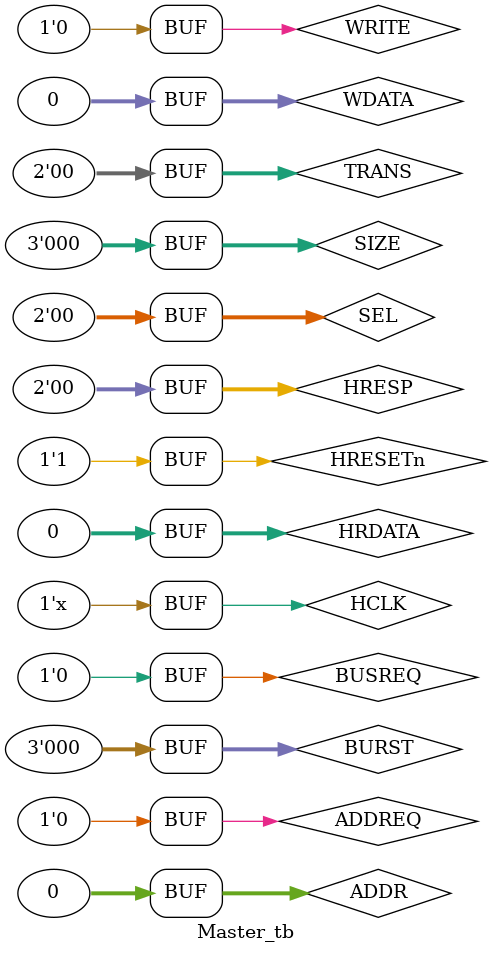
<source format=v>
`timescale 1ns / 1ps


module Master(
    input HGRANTx,
    input HREADY,
    input [1:0] HRESP,
    input HRESETn,
    input HCLK,
    input [31:0] HRDATA,
    output reg HBUSREQx,
    output reg HLOCKx,
    output reg [1:0] HTRANS,
    output [11:0] HADDR,
    output HWRITE,
    output [2:0] HSIZE,
    output [2:0] HBURST,
    output [3:0] HPROT,
    output [31:0] HWDATA
    );
    
    reg HBUSREQ,HLOCK,HWRITE,hcount;
    reg [1:0]HTRANS,HSEL;
    reg [31:0]HADDR,HWDATA;
    reg [2:0]HSIZE,HBURST;
    
    wire HGRANT,HREADY,HCLK,HRESETn,WRITE;
    wire [31:0]ADDR,WDATA;
    wire [2:0]SIZE,BURST;
    wire [1:0]HRESP,SEL,TRANS;
    wire [31:0]HRDATA;
    
    reg bus_reg,addr_reg,new_hready,old_hready;
    reg [31:0] RDATA;
    reg [31:0] h_addr;
    
    parameter OKAY = 2'b00,
              ERROR = 2'b01,
              RETRY =2'b10,
              SPLIT =2'b11;
              
    always @(posedge HCLK)
    begin
       if(!HRESETn)              //Master reset
       begin
          HBUSREQ = 0;
          HLOCK = 0;
          HWRITE = 0;
          HTRANS = 2'b00;
          HSEL = 2'b00;
          HADDR = 32'h00000000;
          HWDATA = 32'h00000000;
          HSIZE = 2'b00;
          HBURST = 2'b00;
          bus_reg = 0;
          addr_reg = 0;
          new_hready = 0;
          old_hready = 0;
          hcount = 0;
       end
    end
    
    always @(posedge HCLK)       //Master sending the request signal to the arbiter
    begin
       if(!bus_reg)
       begin
          if(BUSREQ)
          begin
            HBUSREQ = 1'b1;
            bus_reg = 1;
          end
         else if(!BUSREQ)
            HLOCK = 1'b0; 
       end
       
       else if(bus_reg)
          begin
          HBUSREQ = 1'b0;
          bus_reg = 0;
          if(HGRANT)
            HLOCK = 1'b1;
          end
       
    end
    
    always@(posedge HCLK)     
    begin 
      if(HRESETn)
      begin 
        if(HGRANT)
        begin
          if(!addr_reg)
          begin
             if(ADDREQ)        //Master sending the address and the control signals once the bus is granted
             begin
              HADDR = ADDR;
              h_addr = ADDR;
              HWRITE = WRITE;
              HSIZE = SIZE;
              HBURST = BURST;
              HSEL = SEL;
              HTRANS = TRANS;
              addr_reg = 1'b1;
              HWDATA = 32'h00000000;
             end
          end
         else if(addr_reg)
          begin
              HADDR = 32'h00000000;
              HWRITE = 1'b0;
              HSIZE = 3'b000;
              HBURST = 3'b000;
              HTRANS = 2'b00;
              addr_reg = 1'b0;
          end
        
        
        if(!ADDREQ)              // DATA TRANSFER
        begin
          if(WRITE)
          begin
                hcount = 0;
            case ({TRANS})
            
                 2'b00 : begin  //NON SEQUENTIAL 
                         HWDATA = WDATA ;
                         if(HREADY && !new_hready && HRESP == OKAY)
                             new_hready = 1;
                         else if (new_hready != old_hready)
                             HWDATA = 32'h00000000;
                         end
                 2'b01 : begin  // SEQUENTIAL 
                         hcount = hcount + 1;
                         new_hready = 0;
                         HWDATA = WDATA ;
                         if(HREADY && !new_hready && HRESP == ERROR)
                             new_hready = 1;
                         else if (new_hready != old_hready)
                             HWDATA = 32'h00000000;
                         end                     
                 2'b10 : begin  // IDLE 
                         HWDATA = 32'h00000000;
                         end 
                 2'b11 : begin // BUSY
                         hcount = hcount + 1;
                         HWDATA = WDATA ;
                         if(HREADY && HRESP == OKAY)
                         begin
                             if(!new_hready)
                                new_hready = 1;                          
                         end    
                         else if (new_hready != old_hready)
                         begin 
                             HWDATA = WDATA;
                             new_hready = 0;
                         end
                         else if (HREADY && HRESP == ERROR)
                         begin
                            HWDATA = 32'h00000000;
                         end
                         end
          endcase                  
        end
          else if(!WRITE)
          begin
            case ({TRANS})
            
                 2'b00 : begin  //NON SEQUENTIAL 
                         if(!HREADY)
                           RDATA = HRDATA;
                         else if(HREADY)
                           RDATA = 32'h00000000;                         
                         end
                 2'b01 : begin  // SEQUENTIAL 
                         if(!HREADY)
                         begin
                            RDATA = HRDATA;
                            if(HBURST == 000)
                               h_addr = h_addr + 1;
                            else
                               h_addr = h_addr - 1; 
                         end
                         else if(HREADY)
                           RDATA = 32'h00000000;       
                         end                     
                 2'b10 : begin  // IDLE 
                         RDATA = 32'h00000000;  
                         end 
                 2'b11 : begin // BUSY
                         if(!HREADY)
                         begin
                            RDATA = HRDATA;
                            if(HBURST == 000)
                               h_addr = h_addr + 1;
                            else
                               h_addr = h_addr - 1; 
                         end      
                         else if(HREADY)
                             RDATA = HRDATA; 
                         end
          endcase                  
        end
       
       
       end       
       end 
        
      end
      end

    
    
endmodule

module Master_tb;

                // Inputs
                reg HRESETn;
                reg HCLK;
                reg HGRANT;
                reg HREADY;
                reg [1:0] HRESP;
                reg [31:0] HRDATA;
                reg BUSREQ;
                reg ADDREQ;
                reg WRITE;
                reg [31:0] ADDR;
                reg [2:0] SIZE;
                reg [2:0] BURST;
                reg [1:0] SEL;
                reg [1:0] TRANS;
                reg [31:0] WDATA;

                // Outputs
                wire HBUSREQ;
                wire HLOCK;
                wire [1:0] HTRANS;
                wire [31:0] HADDR;
                wire HWRITE;
                wire [2:0] HSIZE;
                wire [2:0] HBURST;
                wire [31:0] HWDATA;
                wire [1:0] HSEL;

                // Instantiate the Unit Under Test (UUT)
                ahb_master uut (
                                .HBUSREQ(HBUSREQ),
                                .HLOCK(HLOCK),
                                .HTRANS(HTRANS),
                                .HADDR(HADDR),
                                .HWRITE(HWRITE),
                                .HSIZE(HSIZE),
                                .HBURST(HBURST),
                                .HWDATA(HWDATA),
                                .HSEL(HSEL),
                                .HRESETn(HRESETn),
                                .HCLK(HCLK),
                                .HGRANT(HGRANT),
                                .HREADY(HREADY),
                                .HRESP(HRESP),
                                .HRDATA(HRDATA),
                                .BUSREQ(BUSREQ),
                                .ADDREQ(ADDREQ),
                                .WRITE(WRITE),
                                .ADDR(ADDR),
                                .SIZE(SIZE),
                                .BURST(BURST),
                                .SEL(SEL),
                                .TRANS(TRANS),
                                .WDATA(WDATA)
                );

                initial begin
                                // Initialize Inputs
                                HRESETn = 0;
                                HCLK = 0;
                                HGRANT = 0;
                                HREADY = 0;
                                HRESP = 0;
                                HRDATA = 0;
                                BUSREQ = 0;
                                ADDREQ = 0;
                                WRITE = 0;
                                ADDR = 0;
                                SIZE = 0;
                                BURST = 0;
                                SEL = 0;
                                TRANS = 0;
                                WDATA = 0;

                                // Wait 100 ns for global reset to finish
                                #100;
                                HRESETn = 1;
                                HGRANT = $rand;
                                HREADY = $rand;
                                HRESP = 0;
                                HRDATA = 0;
                                BUSREQ = 0;
                                ADDREQ = 0;
                                WRITE = 0;
                                ADDR = 0;
                                SIZE = 0;
                                BURST = 0;
                                SEL = 0;
                                TRANS = 0;
                                WDATA = 0;
                               
 #200;
                end
      always begin
                                #5 HCLK = ~HCLK;
                               
                               
                                end
endmodule

</source>
